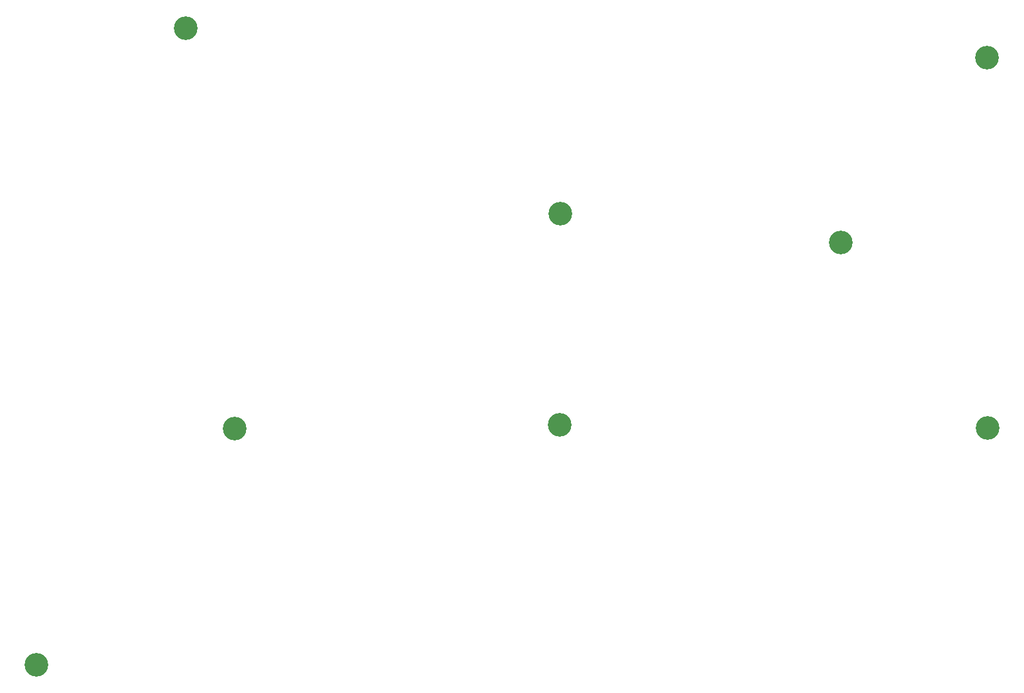
<source format=gbr>
%TF.GenerationSoftware,KiCad,Pcbnew,(5.1.7)-1*%
%TF.CreationDate,2021-04-13T17:18:51+05:30*%
%TF.ProjectId,Pteron56v0,50746572-6f6e-4353-9676-302e6b696361,rev?*%
%TF.SameCoordinates,Original*%
%TF.FileFunction,Soldermask,Bot*%
%TF.FilePolarity,Negative*%
%FSLAX46Y46*%
G04 Gerber Fmt 4.6, Leading zero omitted, Abs format (unit mm)*
G04 Created by KiCad (PCBNEW (5.1.7)-1) date 2021-04-13 17:18:51*
%MOMM*%
%LPD*%
G01*
G04 APERTURE LIST*
%ADD10C,3.200000*%
G04 APERTURE END LIST*
D10*
%TO.C,H8*%
X207518000Y-52832000D03*
%TD*%
%TO.C,H7*%
X106006900Y-103009700D03*
%TD*%
%TO.C,H6*%
X79248000Y-134874000D03*
%TD*%
%TO.C,H5*%
X149860000Y-102489000D03*
%TD*%
%TO.C,H4*%
X99441000Y-48895000D03*
%TD*%
%TO.C,H3*%
X149987000Y-73964800D03*
%TD*%
%TO.C,H2*%
X207645000Y-102870000D03*
%TD*%
%TO.C,H1*%
X187845700Y-77812900D03*
%TD*%
M02*

</source>
